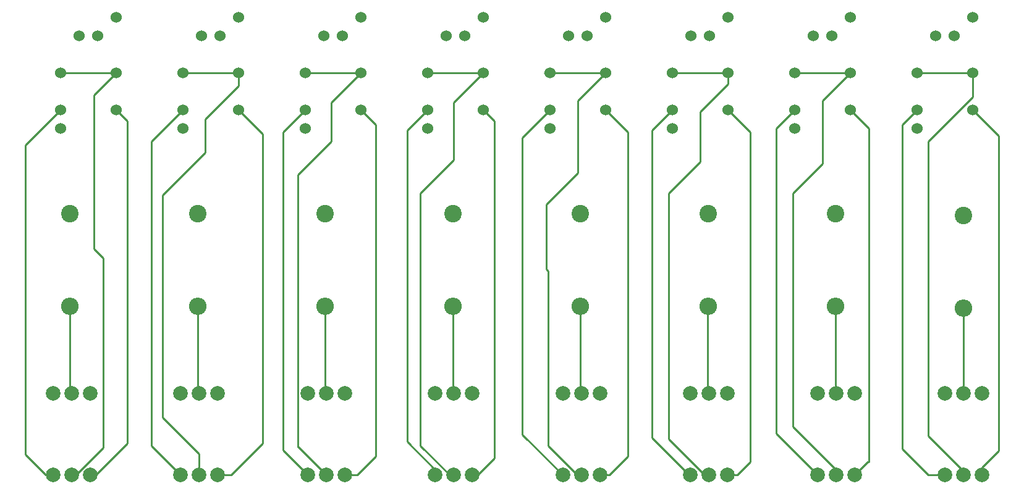
<source format=gbr>
%TF.GenerationSoftware,KiCad,Pcbnew,(5.1.9)-1*%
%TF.CreationDate,2021-04-13T13:52:40+02:00*%
%TF.ProjectId,Tasterplatine,54617374-6572-4706-9c61-74696e652e6b,rev?*%
%TF.SameCoordinates,Original*%
%TF.FileFunction,Copper,L2,Bot*%
%TF.FilePolarity,Positive*%
%FSLAX46Y46*%
G04 Gerber Fmt 4.6, Leading zero omitted, Abs format (unit mm)*
G04 Created by KiCad (PCBNEW (5.1.9)-1) date 2021-04-13 13:52:40*
%MOMM*%
%LPD*%
G01*
G04 APERTURE LIST*
%TA.AperFunction,ComponentPad*%
%ADD10C,1.524000*%
%TD*%
%TA.AperFunction,ComponentPad*%
%ADD11C,2.000000*%
%TD*%
%TA.AperFunction,ComponentPad*%
%ADD12O,2.400000X2.400000*%
%TD*%
%TA.AperFunction,ComponentPad*%
%ADD13C,2.400000*%
%TD*%
%TA.AperFunction,Conductor*%
%ADD14C,0.250000*%
%TD*%
G04 APERTURE END LIST*
D10*
%TO.P,U8,7*%
%TO.N,N/C*%
X207772000Y-56388000D03*
%TO.P,U8,6*%
X200152000Y-71628000D03*
%TO.P,U8,2*%
%TO.N,Net-(J16-Pad3)*%
X207772000Y-69088000D03*
%TO.P,U8,3*%
%TO.N,Net-(J16-Pad1)*%
X200152000Y-69088000D03*
%TO.P,U8,1*%
%TO.N,Net-(J16-Pad2)*%
X200152000Y-64008000D03*
X207772000Y-64008000D03*
%TO.P,U8,5*%
%TO.N,Net-(J15-Pad3)*%
X205232000Y-58928000D03*
%TO.P,U8,4*%
%TO.N,Net-(R8-Pad1)*%
X202692000Y-58928000D03*
%TD*%
%TO.P,U7,7*%
%TO.N,N/C*%
X191008000Y-56388000D03*
%TO.P,U7,6*%
X183388000Y-71628000D03*
%TO.P,U7,2*%
%TO.N,Net-(J14-Pad3)*%
X191008000Y-69088000D03*
%TO.P,U7,3*%
%TO.N,Net-(J14-Pad1)*%
X183388000Y-69088000D03*
%TO.P,U7,1*%
%TO.N,Net-(J14-Pad2)*%
X183388000Y-64008000D03*
X191008000Y-64008000D03*
%TO.P,U7,5*%
%TO.N,Net-(J13-Pad3)*%
X188468000Y-58928000D03*
%TO.P,U7,4*%
%TO.N,Net-(R7-Pad1)*%
X185928000Y-58928000D03*
%TD*%
%TO.P,U6,7*%
%TO.N,N/C*%
X174244000Y-56388000D03*
%TO.P,U6,6*%
X166624000Y-71628000D03*
%TO.P,U6,2*%
%TO.N,Net-(J12-Pad3)*%
X174244000Y-69088000D03*
%TO.P,U6,3*%
%TO.N,Net-(J12-Pad1)*%
X166624000Y-69088000D03*
%TO.P,U6,1*%
%TO.N,Net-(J12-Pad2)*%
X166624000Y-64008000D03*
X174244000Y-64008000D03*
%TO.P,U6,5*%
%TO.N,Net-(J11-Pad3)*%
X171704000Y-58928000D03*
%TO.P,U6,4*%
%TO.N,Net-(R6-Pad1)*%
X169164000Y-58928000D03*
%TD*%
%TO.P,U5,7*%
%TO.N,N/C*%
X157480000Y-56388000D03*
%TO.P,U5,6*%
X149860000Y-71628000D03*
%TO.P,U5,2*%
%TO.N,Net-(J10-Pad3)*%
X157480000Y-69088000D03*
%TO.P,U5,3*%
%TO.N,Net-(J10-Pad1)*%
X149860000Y-69088000D03*
%TO.P,U5,1*%
%TO.N,Net-(J10-Pad2)*%
X149860000Y-64008000D03*
X157480000Y-64008000D03*
%TO.P,U5,5*%
%TO.N,Net-(J9-Pad3)*%
X154940000Y-58928000D03*
%TO.P,U5,4*%
%TO.N,Net-(R5-Pad1)*%
X152400000Y-58928000D03*
%TD*%
%TO.P,U4,7*%
%TO.N,N/C*%
X140716000Y-56388000D03*
%TO.P,U4,6*%
X133096000Y-71628000D03*
%TO.P,U4,2*%
%TO.N,Net-(J8-Pad3)*%
X140716000Y-69088000D03*
%TO.P,U4,3*%
%TO.N,Net-(J8-Pad1)*%
X133096000Y-69088000D03*
%TO.P,U4,1*%
%TO.N,Net-(J8-Pad2)*%
X133096000Y-64008000D03*
X140716000Y-64008000D03*
%TO.P,U4,5*%
%TO.N,Net-(J7-Pad3)*%
X138176000Y-58928000D03*
%TO.P,U4,4*%
%TO.N,Net-(R4-Pad1)*%
X135636000Y-58928000D03*
%TD*%
%TO.P,U3,7*%
%TO.N,N/C*%
X123952000Y-56388000D03*
%TO.P,U3,6*%
X116332000Y-71628000D03*
%TO.P,U3,2*%
%TO.N,Net-(J6-Pad3)*%
X123952000Y-69088000D03*
%TO.P,U3,3*%
%TO.N,Net-(J6-Pad1)*%
X116332000Y-69088000D03*
%TO.P,U3,1*%
%TO.N,Net-(J6-Pad2)*%
X116332000Y-64008000D03*
X123952000Y-64008000D03*
%TO.P,U3,5*%
%TO.N,Net-(J5-Pad3)*%
X121412000Y-58928000D03*
%TO.P,U3,4*%
%TO.N,Net-(R3-Pad1)*%
X118872000Y-58928000D03*
%TD*%
%TO.P,U2,7*%
%TO.N,N/C*%
X107188000Y-56388000D03*
%TO.P,U2,6*%
X99568000Y-71628000D03*
%TO.P,U2,2*%
%TO.N,Net-(J4-Pad3)*%
X107188000Y-69088000D03*
%TO.P,U2,3*%
%TO.N,Net-(J4-Pad1)*%
X99568000Y-69088000D03*
%TO.P,U2,1*%
%TO.N,Net-(J4-Pad2)*%
X99568000Y-64008000D03*
X107188000Y-64008000D03*
%TO.P,U2,5*%
%TO.N,Net-(J3-Pad3)*%
X104648000Y-58928000D03*
%TO.P,U2,4*%
%TO.N,Net-(R2-Pad1)*%
X102108000Y-58928000D03*
%TD*%
%TO.P,U1,7*%
%TO.N,N/C*%
X90424000Y-56388000D03*
%TO.P,U1,6*%
X82804000Y-71628000D03*
%TO.P,U1,2*%
%TO.N,Net-(J2-Pad3)*%
X90424000Y-69088000D03*
%TO.P,U1,3*%
%TO.N,Net-(J2-Pad1)*%
X82804000Y-69088000D03*
%TO.P,U1,1*%
%TO.N,Net-(J2-Pad2)*%
X82804000Y-64008000D03*
X90424000Y-64008000D03*
%TO.P,U1,5*%
%TO.N,Net-(J1-Pad3)*%
X87884000Y-58928000D03*
%TO.P,U1,4*%
%TO.N,Net-(R1-Pad1)*%
X85344000Y-58928000D03*
%TD*%
D11*
%TO.P,J1,3*%
%TO.N,Net-(J1-Pad3)*%
X86868000Y-107950000D03*
%TO.P,J1,2*%
%TO.N,Net-(J1-Pad2)*%
X84328000Y-107950000D03*
%TO.P,J1,1*%
%TO.N,Net-(J1-Pad1)*%
X81788000Y-107950000D03*
%TD*%
%TO.P,J2,3*%
%TO.N,Net-(J2-Pad3)*%
X86868000Y-119126000D03*
%TO.P,J2,2*%
%TO.N,Net-(J2-Pad2)*%
X84328000Y-119126000D03*
%TO.P,J2,1*%
%TO.N,Net-(J2-Pad1)*%
X81788000Y-119126000D03*
%TD*%
%TO.P,J3,1*%
%TO.N,Net-(J3-Pad1)*%
X99241428Y-107950000D03*
%TO.P,J3,2*%
%TO.N,Net-(J3-Pad2)*%
X101781428Y-107950000D03*
%TO.P,J3,3*%
%TO.N,Net-(J3-Pad3)*%
X104321428Y-107950000D03*
%TD*%
%TO.P,J4,1*%
%TO.N,Net-(J4-Pad1)*%
X99241428Y-119126000D03*
%TO.P,J4,2*%
%TO.N,Net-(J4-Pad2)*%
X101781428Y-119126000D03*
%TO.P,J4,3*%
%TO.N,Net-(J4-Pad3)*%
X104321428Y-119126000D03*
%TD*%
%TO.P,J5,1*%
%TO.N,Net-(J5-Pad1)*%
X116694856Y-107950000D03*
%TO.P,J5,2*%
%TO.N,Net-(J5-Pad2)*%
X119234856Y-107950000D03*
%TO.P,J5,3*%
%TO.N,Net-(J5-Pad3)*%
X121774856Y-107950000D03*
%TD*%
%TO.P,J6,3*%
%TO.N,Net-(J6-Pad3)*%
X121774856Y-119126000D03*
%TO.P,J6,2*%
%TO.N,Net-(J6-Pad2)*%
X119234856Y-119126000D03*
%TO.P,J6,1*%
%TO.N,Net-(J6-Pad1)*%
X116694856Y-119126000D03*
%TD*%
%TO.P,J7,3*%
%TO.N,Net-(J7-Pad3)*%
X139228284Y-107950000D03*
%TO.P,J7,2*%
%TO.N,Net-(J7-Pad2)*%
X136688284Y-107950000D03*
%TO.P,J7,1*%
%TO.N,Net-(J7-Pad1)*%
X134148284Y-107950000D03*
%TD*%
%TO.P,J8,1*%
%TO.N,Net-(J8-Pad1)*%
X134148284Y-119126000D03*
%TO.P,J8,2*%
%TO.N,Net-(J8-Pad2)*%
X136688284Y-119126000D03*
%TO.P,J8,3*%
%TO.N,Net-(J8-Pad3)*%
X139228284Y-119126000D03*
%TD*%
%TO.P,J9,1*%
%TO.N,Net-(J9-Pad1)*%
X151601712Y-107950000D03*
%TO.P,J9,2*%
%TO.N,Net-(J9-Pad2)*%
X154141712Y-107950000D03*
%TO.P,J9,3*%
%TO.N,Net-(J9-Pad3)*%
X156681712Y-107950000D03*
%TD*%
%TO.P,J10,3*%
%TO.N,Net-(J10-Pad3)*%
X156681712Y-119126000D03*
%TO.P,J10,2*%
%TO.N,Net-(J10-Pad2)*%
X154141712Y-119126000D03*
%TO.P,J10,1*%
%TO.N,Net-(J10-Pad1)*%
X151601712Y-119126000D03*
%TD*%
%TO.P,J11,3*%
%TO.N,Net-(J11-Pad3)*%
X174135140Y-107950000D03*
%TO.P,J11,2*%
%TO.N,Net-(J11-Pad2)*%
X171595140Y-107950000D03*
%TO.P,J11,1*%
%TO.N,Net-(J11-Pad1)*%
X169055140Y-107950000D03*
%TD*%
%TO.P,J12,1*%
%TO.N,Net-(J12-Pad1)*%
X169055140Y-119126000D03*
%TO.P,J12,2*%
%TO.N,Net-(J12-Pad2)*%
X171595140Y-119126000D03*
%TO.P,J12,3*%
%TO.N,Net-(J12-Pad3)*%
X174135140Y-119126000D03*
%TD*%
%TO.P,J13,1*%
%TO.N,Net-(J13-Pad1)*%
X186508568Y-107950000D03*
%TO.P,J13,2*%
%TO.N,Net-(J13-Pad2)*%
X189048568Y-107950000D03*
%TO.P,J13,3*%
%TO.N,Net-(J13-Pad3)*%
X191588568Y-107950000D03*
%TD*%
%TO.P,J14,3*%
%TO.N,Net-(J14-Pad3)*%
X191588568Y-119126000D03*
%TO.P,J14,2*%
%TO.N,Net-(J14-Pad2)*%
X189048568Y-119126000D03*
%TO.P,J14,1*%
%TO.N,Net-(J14-Pad1)*%
X186508568Y-119126000D03*
%TD*%
%TO.P,J15,3*%
%TO.N,Net-(J15-Pad3)*%
X209042000Y-107950000D03*
%TO.P,J15,2*%
%TO.N,Net-(J15-Pad2)*%
X206502000Y-107950000D03*
%TO.P,J15,1*%
%TO.N,Net-(J15-Pad1)*%
X203962000Y-107950000D03*
%TD*%
%TO.P,J16,1*%
%TO.N,Net-(J16-Pad1)*%
X203962000Y-119126000D03*
%TO.P,J16,2*%
%TO.N,Net-(J16-Pad2)*%
X206502000Y-119126000D03*
%TO.P,J16,3*%
%TO.N,Net-(J16-Pad3)*%
X209042000Y-119126000D03*
%TD*%
D12*
%TO.P,R1,2*%
%TO.N,Net-(J1-Pad2)*%
X84074000Y-96012000D03*
D13*
%TO.P,R1,1*%
%TO.N,Net-(R1-Pad1)*%
X84074000Y-83312000D03*
%TD*%
D12*
%TO.P,R2,2*%
%TO.N,Net-(J3-Pad2)*%
X101563714Y-96012000D03*
D13*
%TO.P,R2,1*%
%TO.N,Net-(R2-Pad1)*%
X101563714Y-83312000D03*
%TD*%
%TO.P,R3,1*%
%TO.N,Net-(R3-Pad1)*%
X119053428Y-83312000D03*
D12*
%TO.P,R3,2*%
%TO.N,Net-(J5-Pad2)*%
X119053428Y-96012000D03*
%TD*%
D13*
%TO.P,R4,1*%
%TO.N,Net-(R4-Pad1)*%
X136543142Y-83312000D03*
D12*
%TO.P,R4,2*%
%TO.N,Net-(J7-Pad2)*%
X136543142Y-96012000D03*
%TD*%
%TO.P,R5,2*%
%TO.N,Net-(J9-Pad2)*%
X154032856Y-96012000D03*
D13*
%TO.P,R5,1*%
%TO.N,Net-(R5-Pad1)*%
X154032856Y-83312000D03*
%TD*%
D12*
%TO.P,R6,2*%
%TO.N,Net-(J11-Pad2)*%
X171522570Y-96012000D03*
D13*
%TO.P,R6,1*%
%TO.N,Net-(R6-Pad1)*%
X171522570Y-83312000D03*
%TD*%
%TO.P,R7,1*%
%TO.N,Net-(R7-Pad1)*%
X189012284Y-83312000D03*
D12*
%TO.P,R7,2*%
%TO.N,Net-(J13-Pad2)*%
X189012284Y-96012000D03*
%TD*%
D13*
%TO.P,R8,1*%
%TO.N,Net-(R8-Pad1)*%
X206502000Y-83566000D03*
D12*
%TO.P,R8,2*%
%TO.N,Net-(J15-Pad2)*%
X206502000Y-96266000D03*
%TD*%
D14*
%TO.N,Net-(J1-Pad2)*%
X84074000Y-107696000D02*
X84328000Y-107950000D01*
X84074000Y-96012000D02*
X84074000Y-107696000D01*
%TO.N,Net-(J2-Pad3)*%
X90424000Y-69088000D02*
X91948000Y-70612000D01*
X91948000Y-70612000D02*
X91948000Y-114808000D01*
X87630000Y-119126000D02*
X86868000Y-119126000D01*
X91948000Y-114808000D02*
X87630000Y-119126000D01*
%TO.N,Net-(J2-Pad2)*%
X90424000Y-64008000D02*
X82804000Y-64008000D01*
X90424000Y-64008000D02*
X87376000Y-67056000D01*
X87376000Y-88138000D02*
X88646000Y-89408000D01*
X87376000Y-67056000D02*
X87376000Y-88138000D01*
X84906998Y-119126000D02*
X84328000Y-119126000D01*
X88646000Y-115386998D02*
X84906998Y-119126000D01*
X88646000Y-89408000D02*
X88646000Y-115386998D01*
%TO.N,Net-(J2-Pad1)*%
X82804000Y-69088000D02*
X77978000Y-73914000D01*
X77978000Y-73914000D02*
X77978000Y-116332000D01*
X80772000Y-119126000D02*
X81788000Y-119126000D01*
X77978000Y-116332000D02*
X80772000Y-119126000D01*
%TO.N,Net-(J3-Pad2)*%
X101563714Y-107732286D02*
X101781428Y-107950000D01*
X101563714Y-96012000D02*
X101563714Y-107732286D01*
%TO.N,Net-(J4-Pad1)*%
X95250000Y-115134572D02*
X99241428Y-119126000D01*
X95250000Y-73406000D02*
X95250000Y-115134572D01*
X99568000Y-69088000D02*
X95250000Y-73406000D01*
%TO.N,Net-(J4-Pad2)*%
X107188000Y-64008000D02*
X99568000Y-64008000D01*
X107188000Y-64008000D02*
X107188000Y-65786000D01*
X107188000Y-65786000D02*
X102616000Y-70358000D01*
X102616000Y-70358000D02*
X102616000Y-74930000D01*
X96774000Y-111252000D02*
X96774000Y-80772000D01*
X101781428Y-116259428D02*
X96774000Y-111252000D01*
X101781428Y-119126000D02*
X101781428Y-116259428D01*
X97282000Y-80264000D02*
X97028000Y-80518000D01*
X96774000Y-80772000D02*
X97282000Y-80264000D01*
X102616000Y-74930000D02*
X97282000Y-80264000D01*
%TO.N,Net-(J4-Pad3)*%
X107188000Y-69088000D02*
X110490000Y-72390000D01*
X110490000Y-72390000D02*
X110490000Y-114808000D01*
X106172000Y-119126000D02*
X104321428Y-119126000D01*
X110490000Y-114808000D02*
X106172000Y-119126000D01*
%TO.N,Net-(J5-Pad2)*%
X119053428Y-107768572D02*
X119234856Y-107950000D01*
X119053428Y-96012000D02*
X119053428Y-107768572D01*
%TO.N,Net-(J6-Pad3)*%
X123952000Y-69088000D02*
X125984000Y-71120000D01*
X125984000Y-71120000D02*
X125984000Y-116586000D01*
X123444000Y-119126000D02*
X121774856Y-119126000D01*
X125984000Y-116586000D02*
X123444000Y-119126000D01*
%TO.N,Net-(J6-Pad2)*%
X123952000Y-64008000D02*
X116332000Y-64008000D01*
X123952000Y-64008000D02*
X119888000Y-68072000D01*
X119888000Y-73406000D02*
X115316000Y-77978000D01*
X119888000Y-68072000D02*
X119888000Y-73406000D01*
X115316000Y-77978000D02*
X115316000Y-115316000D01*
X115424856Y-115316000D02*
X119234856Y-119126000D01*
X115316000Y-115316000D02*
X115424856Y-115316000D01*
%TO.N,Net-(J6-Pad1)*%
X113284000Y-115715144D02*
X116694856Y-119126000D01*
X113284000Y-72136000D02*
X113284000Y-115715144D01*
X116332000Y-69088000D02*
X113284000Y-72136000D01*
%TO.N,Net-(J7-Pad2)*%
X136543142Y-107804858D02*
X136688284Y-107950000D01*
X136543142Y-96012000D02*
X136543142Y-107804858D01*
%TO.N,Net-(J8-Pad1)*%
X133096000Y-69088000D02*
X130302000Y-71882000D01*
X130302000Y-71882000D02*
X130302000Y-114554000D01*
X134148284Y-118400284D02*
X134148284Y-119126000D01*
X130302000Y-114554000D02*
X134148284Y-118400284D01*
%TO.N,Net-(J8-Pad2)*%
X140716000Y-64008000D02*
X133096000Y-64008000D01*
X140716000Y-64008000D02*
X136652000Y-68072000D01*
X136652000Y-68072000D02*
X136652000Y-75946000D01*
X136652000Y-75946000D02*
X132080000Y-80518000D01*
X136109286Y-119126000D02*
X136688284Y-119126000D01*
X132080000Y-115096714D02*
X136109286Y-119126000D01*
X132080000Y-80518000D02*
X132080000Y-115096714D01*
%TO.N,Net-(J8-Pad3)*%
X140716000Y-69088000D02*
X142240000Y-70612000D01*
X142240000Y-70612000D02*
X142240000Y-116840000D01*
X139954000Y-119126000D02*
X139228284Y-119126000D01*
X142240000Y-116840000D02*
X139954000Y-119126000D01*
%TO.N,Net-(J9-Pad2)*%
X154032856Y-107841144D02*
X154141712Y-107950000D01*
X154032856Y-96012000D02*
X154032856Y-107841144D01*
%TO.N,Net-(J10-Pad3)*%
X157480000Y-69088000D02*
X160528000Y-72136000D01*
X160528000Y-72136000D02*
X160528000Y-116586000D01*
X157988000Y-119126000D02*
X156681712Y-119126000D01*
X160528000Y-116586000D02*
X157988000Y-119126000D01*
%TO.N,Net-(J10-Pad2)*%
X157480000Y-64008000D02*
X149098000Y-64008000D01*
X149098000Y-64008000D02*
X149860000Y-64008000D01*
X157480000Y-64008000D02*
X153670000Y-67818000D01*
X153670000Y-67818000D02*
X153670000Y-77724000D01*
X153670000Y-77724000D02*
X149352000Y-82042000D01*
X149352000Y-90932000D02*
X149606000Y-91186000D01*
X149352000Y-82042000D02*
X149352000Y-90932000D01*
X153562714Y-119126000D02*
X154141712Y-119126000D01*
X149606000Y-115169286D02*
X153562714Y-119126000D01*
X149606000Y-91186000D02*
X149606000Y-115169286D01*
%TO.N,Net-(J10-Pad1)*%
X149860000Y-69088000D02*
X146050000Y-72898000D01*
X146050000Y-113574288D02*
X151601712Y-119126000D01*
X146050000Y-72898000D02*
X146050000Y-113574288D01*
%TO.N,Net-(J11-Pad2)*%
X171595140Y-107950000D02*
X171450000Y-107950000D01*
X171450000Y-96084570D02*
X171522570Y-96012000D01*
X171450000Y-107950000D02*
X171450000Y-96084570D01*
%TO.N,Net-(J12-Pad1)*%
X166624000Y-69088000D02*
X163830000Y-71882000D01*
X163830000Y-71882000D02*
X163830000Y-114046000D01*
X168910000Y-119126000D02*
X169055140Y-119126000D01*
X163830000Y-114046000D02*
X168910000Y-119126000D01*
%TO.N,Net-(J12-Pad2)*%
X174244000Y-64008000D02*
X166624000Y-64008000D01*
X174244000Y-64008000D02*
X174244000Y-65532000D01*
X174244000Y-65532000D02*
X170434000Y-69342000D01*
X170434000Y-69342000D02*
X170434000Y-76200000D01*
X170434000Y-76200000D02*
X166116000Y-80518000D01*
X171016142Y-119126000D02*
X171595140Y-119126000D01*
X166116000Y-114225858D02*
X171016142Y-119126000D01*
X166116000Y-80518000D02*
X166116000Y-114225858D01*
%TO.N,Net-(J12-Pad3)*%
X174244000Y-69088000D02*
X177292000Y-72136000D01*
X177292000Y-72136000D02*
X177292000Y-117348000D01*
X175514000Y-119126000D02*
X174135140Y-119126000D01*
X177292000Y-117348000D02*
X175514000Y-119126000D01*
%TO.N,Net-(J13-Pad2)*%
X189012284Y-107913716D02*
X189048568Y-107950000D01*
X189012284Y-96012000D02*
X189012284Y-107913716D01*
%TO.N,Net-(J14-Pad3)*%
X191008000Y-69088000D02*
X193548000Y-71628000D01*
X193548000Y-71628000D02*
X193548000Y-117348000D01*
X193366568Y-117348000D02*
X191588568Y-119126000D01*
X193548000Y-117348000D02*
X193366568Y-117348000D01*
%TO.N,Net-(J14-Pad2)*%
X191008000Y-64008000D02*
X183388000Y-64008000D01*
X191008000Y-64008000D02*
X187198000Y-67818000D01*
X187198000Y-67818000D02*
X187198000Y-76454000D01*
X187198000Y-76454000D02*
X183134000Y-80518000D01*
X183134000Y-80518000D02*
X183134000Y-112522000D01*
X189048568Y-118436568D02*
X189048568Y-119126000D01*
X183134000Y-112522000D02*
X189048568Y-118436568D01*
%TO.N,Net-(J14-Pad1)*%
X183388000Y-69088000D02*
X180848000Y-71628000D01*
X180848000Y-113465432D02*
X186508568Y-119126000D01*
X180848000Y-71628000D02*
X180848000Y-113465432D01*
%TO.N,Net-(J15-Pad2)*%
X206502000Y-96266000D02*
X206502000Y-107950000D01*
%TO.N,Net-(J16-Pad1)*%
X200152000Y-69088000D02*
X198120000Y-71120000D01*
X198120000Y-71120000D02*
X198120000Y-115570000D01*
X201676000Y-119126000D02*
X203962000Y-119126000D01*
X198120000Y-115570000D02*
X201676000Y-119126000D01*
%TO.N,Net-(J16-Pad2)*%
X207772000Y-64008000D02*
X200152000Y-64008000D01*
X207772000Y-64008000D02*
X207772000Y-67310000D01*
X207772000Y-67310000D02*
X201676000Y-73406000D01*
X201676000Y-73406000D02*
X201676000Y-113792000D01*
X206502000Y-118618000D02*
X206502000Y-119126000D01*
X201676000Y-113792000D02*
X206502000Y-118618000D01*
%TO.N,Net-(J16-Pad3)*%
X207772000Y-69088000D02*
X211328000Y-72644000D01*
X211328000Y-72644000D02*
X211328000Y-115824000D01*
X209042000Y-118110000D02*
X209042000Y-119126000D01*
X211328000Y-115824000D02*
X209042000Y-118110000D01*
%TD*%
M02*

</source>
